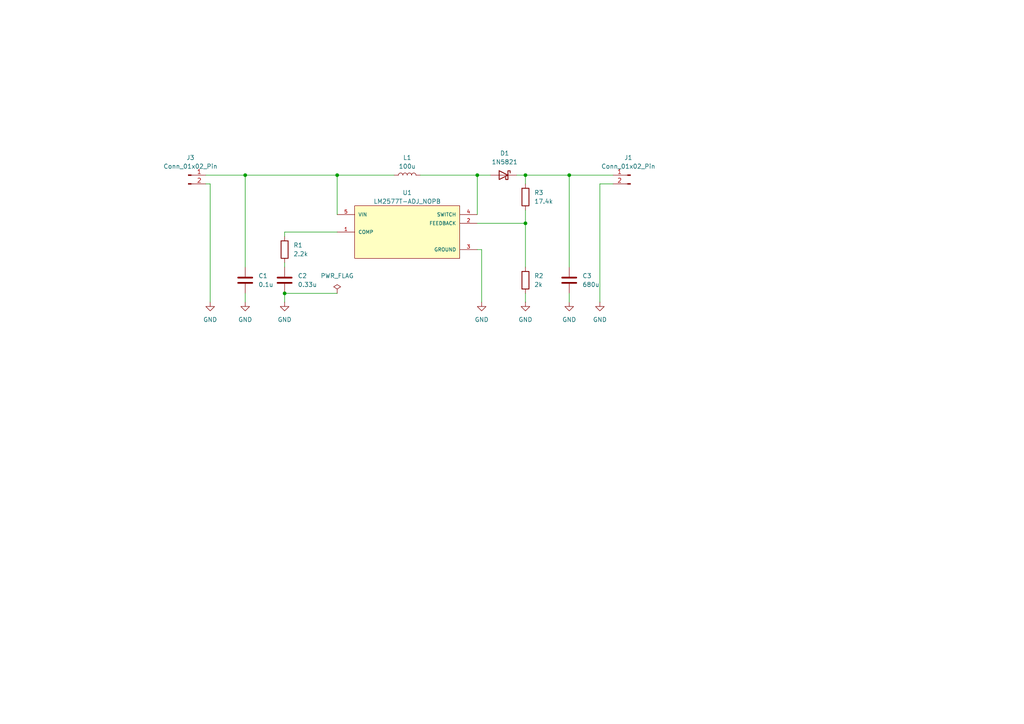
<source format=kicad_sch>
(kicad_sch (version 20231120) (generator "eeschema") (generator_version "8.0")
  (paper "A4")
  (lib_symbols
    (symbol "Connector:Conn_01x02_Pin" (pin_names (offset 1.016) hide)
      (property "Reference" "J" (at 0 2.54 0))
      (property "Value" "Conn_01x02_Pin" (at 0 -5.08 0))
      (symbol "Conn_01x02_Pin_1_1"
        (polyline (pts (xy 1.27 -2.54) (xy 0.8636 -2.54)) (stroke (width 0.1524)))
        (polyline (pts (xy 1.27 0) (xy 0.8636 0)) (stroke (width 0.1524)))
        (rectangle (start 0.8636 -2.413) (end 0 -2.667) (stroke (width 0.1524)) (fill (type outline)))
        (rectangle (start 0.8636 0.127) (end 0 -0.127) (stroke (width 0.1524)) (fill (type outline)))
        (pin passive line (at 5.08 0 180) (length 3.81) (name "Pin_1") (number "1"))
        (pin passive line (at 5.08 -2.54 180) (length 3.81) (name "Pin_2") (number "2"))
      )
    )
    (symbol "Device:C" (pin_numbers hide) (pin_names (offset 0.254))
      (property "Reference" "C" (at 0.635 2.54 0))
      (property "Value" "C" (at 0.635 -2.54 0))
      (symbol "C_0_1"
        (polyline (pts (xy -2.032 -0.762) (xy 2.032 -0.762)) (stroke (width 0.508)))
        (polyline (pts (xy -2.032 0.762) (xy 2.032 0.762)) (stroke (width 0.508)))
      )
      (symbol "C_1_1"
        (pin passive line (at 0 3.81 270) (length 2.794) (name "~") (number "1"))
        (pin passive line (at 0 -3.81 90) (length 2.794) (name "~") (number "2"))
      )
    )
    (symbol "Device:L" (pin_numbers hide) (pin_names (offset 1.016) hide)
      (property "Reference" "L1" (at -1.2701 1.27 90))
      (property "Value" "L" (at 1.2699 1.27 90))
      (symbol "L_0_1"
        (arc (start -1.27 0) (mid -1.905 0.6323) (end -2.54 0))
        (arc (start 0 0) (mid -0.635 0.6323) (end -1.27 0))
        (arc (start 1.27 0) (mid 0.635 0.6323) (end 0 0))
        (arc (start 2.54 0) (mid 1.905 0.6323) (end 1.27 0))
      )
      (symbol "L_1_1"
        (pin passive line (at -3.81 0 0) (length 1.27) (name "1") (number "1"))
        (pin passive line (at 3.81 0 180) (length 1.27) (name "2") (number "2"))
      )
    )
    (symbol "Device:R" (pin_numbers hide) (pin_names (offset 0))
      (property "Reference" "R" (at 2.032 0 90))
      (property "Value" "R" (at 0 0 90))
      (symbol "R_0_1"
        (rectangle (start -1.016 -2.54) (end 1.016 2.54) (stroke (width 0.254)))
      )
      (symbol "R_1_1"
        (pin passive line (at 0 3.81 270) (length 1.27) (name "~") (number "1"))
        (pin passive line (at 0 -3.81 90) (length 1.27) (name "~") (number "2"))
      )
    )
    (symbol "Diode:1N5821" (pin_numbers hide) (pin_names (offset 1.016) hide)
      (property "Reference" "D1" (at 0.3175 6.35 0))
      (property "Value" "1N5821" (at 0.3175 3.81 0))
      (symbol "1N5821_0_1"
        (polyline (pts (xy -1.27 0) (xy 1.27 0)))
        (polyline (pts (xy -1.27 1.27) (xy -1.27 -1.27) (xy 1.27 0) (xy -1.27 1.27)) (stroke (width 0.254)))
        (polyline (pts (xy 1.905 0.635) (xy 1.905 1.27) (xy 1.27 1.27) (xy 1.27 -1.27) (xy 0.635 -1.27) (xy 0.635 -0.635)) (stroke (width 0.254)))
      )
      (symbol "1N5821_1_1"
        (pin passive line (at 3.81 0 180) (length 2.54) (name "K") (number "1"))
        (pin passive line (at -3.81 0 0) (length 2.54) (name "A") (number "2"))
      )
    )
    (symbol "LM2577T-ADJ_NOPB:LM2577T-ADJ_NOPB" (pin_names (offset 1.016))
      (property "Reference" "U" (at -15.24 8.382 0))
      (property "Value" "LM2577T-ADJ_NOPB" (at -15.24 -10.16 0))
      (symbol "LM2577T-ADJ_NOPB_0_0"
        (rectangle (start -15.24 -7.62) (end 15.24 7.62) (stroke (width 0.1524)) (fill (type background)))
        (pin passive line (at -20.32 0 0) (length 5.08) (name "COMP") (number "1"))
        (pin input line (at 20.32 2.54 180) (length 5.08) (name "FEEDBACK") (number "2"))
        (pin power_in line (at 20.32 -5.08 180) (length 5.08) (name "GROUND") (number "3"))
        (pin output line (at 20.32 5.08 180) (length 5.08) (name "SWITCH") (number "4"))
        (pin input line (at -20.32 5.08 0) (length 5.08) (name "VIN") (number "5"))
      )
    )
    (symbol "power:GND" (power) (pin_numbers hide) (pin_names (offset 0) hide)
      (property "Value" "GND" (at 0 -3.81 0))
      (symbol "GND_0_1"
        (polyline (pts (xy 0 0) (xy 0 -1.27) (xy 1.27 -1.27) (xy 0 -2.54) (xy -1.27 -1.27) (xy 0 -1.27)))
      )
      (symbol "GND_1_1"
        (pin power_in line (at 0 0 270) (length 0) (name "~") (number "1"))
      )
    )
    (symbol "power:PWR_FLAG" (power) (pin_numbers hide) (pin_names (offset 0) hide)
      (property "Value" "PWR_FLAG" (at 0 3.81 0))
      (symbol "PWR_FLAG_0_0"
        (pin power_out line (at 0 0 90) (length 0) (name "~") (number "1"))
      )
      (symbol "PWR_FLAG_0_1"
        (polyline (pts (xy 0 0) (xy 0 1.27) (xy -1.016 1.905) (xy 0 2.54) (xy 1.016 1.905) (xy 0 1.27)))
      )
    )
  )
  (junction (at 138.43 50.8))
  (junction (at 152.4 50.8))
  (junction (at 152.4 64.77))
  (junction (at 71.12 50.8))
  (junction (at 82.55 85.09))
  (junction (at 165.1 50.8))
  (junction (at 97.79 50.8))
  (wire (pts (xy 152.4 60.96) (xy 152.4 64.77)))
  (wire (pts (xy 82.55 67.31) (xy 82.55 68.58)))
  (wire (pts (xy 71.12 85.09) (xy 71.12 87.63)))
  (wire (pts (xy 152.4 50.8) (xy 152.4 53.34)))
  (wire (pts (xy 97.79 50.8) (xy 114.3 50.8)))
  (wire (pts (xy 82.55 85.09) (xy 82.55 87.63)))
  (wire (pts (xy 138.43 50.8) (xy 142.24 50.8)))
  (wire (pts (xy 152.4 64.77) (xy 152.4 77.47)))
  (wire (pts (xy 165.1 77.47) (xy 165.1 50.8)))
  (wire (pts (xy 121.92 50.8) (xy 138.43 50.8)))
  (wire (pts (xy 173.99 53.34) (xy 173.99 87.63)))
  (wire (pts (xy 59.69 50.8) (xy 71.12 50.8)))
  (wire (pts (xy 149.86 50.8) (xy 152.4 50.8)))
  (wire (pts (xy 165.1 50.8) (xy 177.8 50.8)))
  (wire (pts (xy 139.7 87.63) (xy 139.7 72.39)))
  (wire (pts (xy 82.55 76.2) (xy 82.55 77.47)))
  (wire (pts (xy 138.43 64.77) (xy 152.4 64.77)))
  (wire (pts (xy 165.1 50.8) (xy 152.4 50.8)))
  (wire (pts (xy 177.8 53.34) (xy 173.99 53.34)))
  (wire (pts (xy 97.79 62.23) (xy 97.79 50.8)))
  (wire (pts (xy 138.43 50.8) (xy 138.43 62.23)))
  (wire (pts (xy 139.7 72.39) (xy 138.43 72.39)))
  (wire (pts (xy 60.96 53.34) (xy 59.69 53.34)))
  (wire (pts (xy 60.96 87.63) (xy 60.96 53.34)))
  (wire (pts (xy 165.1 85.09) (xy 165.1 87.63)))
  (wire (pts (xy 82.55 67.31) (xy 97.79 67.31)))
  (wire (pts (xy 71.12 77.47) (xy 71.12 50.8)))
  (wire (pts (xy 97.79 85.09) (xy 82.55 85.09)))
  (wire (pts (xy 71.12 50.8) (xy 97.79 50.8)))
  (wire (pts (xy 152.4 85.09) (xy 152.4 87.63)))
  (symbol (lib_id "Connector:Conn_01x02_Pin") (at 54.61 50.8 0) (unit 1)
    (property "Reference" "J3" (at 55.245 45.72 0))
    (property "Value" "Conn_01x02_Pin" (at 55.245 48.26 0))
    (property "Footprint" "Connector_Wire:SolderWire-0.5sqmm_1x02_P4.6mm_D0.9mm_OD2.1mm" (effects (hide yes)))
    (property "Description" "Generic connector, single row, 01x02, script generated" (effects (hide yes)))
  )
  (symbol (lib_id "LM2577T-ADJ_NOPB:LM2577T-ADJ_NOPB") (at 118.11 67.31 0) (unit 1)
    (property "Reference" "U1" (at 118.11 55.88 0))
    (property "Value" "LM2577T-ADJ_NOPB" (at 118.11 58.42 0))
    (property "Footprint" "LM2577T-ADJ_NOPB:VREG_LM2577T-ADJ_NOPB" (effects (hide yes)))
    (property "MF" "Texas Instruments" (effects (hide yes)))
    (property "MAXIMUM_PACKAGE_HEIGHT" "18.11mm" (effects (hide yes)))
    (property "Package" "TO-220-5 Texas Instruments" (effects (hide yes)))
    (property "Price" "None" (effects (hide yes)))
    (property "Check_prices" "https://www.snapeda.com/parts/LM2577T-ADJ/Texas+Instruments/view-part/?ref=eda" (effects (hide yes)))
    (property "STANDARD" "Manufacturer Recommendation" (effects (hide yes)))
    (property "PARTREV" "D" (effects (hide yes)))
    (property "SnapEDA_Link" "https://www.snapeda.com/parts/LM2577T-ADJ/Texas+Instruments/view-part/?ref=snap" (effects (hide yes)))
    (property "MP" "LM2577T-ADJ" (effects (hide yes)))
    (property "Purchase-URL" "https://www.snapeda.com/api/url_track_click_mouser/?unipart_id=230288&manufacturer=Texas Instruments&part_name=LM2577T-ADJ&search_term=lm2577 adj" (effects (hide yes)))
    (property "Description_1" "\nSIMPLE SWITCHER&reg; 3.5V to 40V, 3A Low Component Count Step-Up Regulator 5-TO-220 -40 to 125\n" (effects (hide yes)))
    (property "Availability" "In Stock" (effects (hide yes)))
    (property "MANUFACTURER" "Texas Instruments" (effects (hide yes)))
  )
  (symbol (lib_id "power:GND") (at 152.4 87.63 0) (unit 1)
    (property "Reference" "#PWR03" (effects (hide yes)))
    (property "Value" "GND" (at 152.4 92.71 0))
    (property "Description" "Power symbol creates a global label with name \"GND\" , ground" (effects (hide yes)))
  )
  (symbol (lib_id "Device:R") (at 82.55 72.39 0) (unit 1)
    (property "Reference" "R1" (at 85.09 71.1199 0) (effects (justify left)))
    (property "Value" "2.2k" (at 85.09 73.6599 0) (effects (justify left)))
    (property "Footprint" "Resistor_SMD:R_MELF_MMB-0207" (effects (hide yes)))
    (property "Description" "Resistor" (effects (hide yes)))
  )
  (symbol (lib_id "power:GND") (at 139.7 87.63 0) (unit 1)
    (property "Reference" "#PWR04" (effects (hide yes)))
    (property "Value" "GND" (at 139.7 92.71 0))
    (property "Description" "Power symbol creates a global label with name \"GND\" , ground" (effects (hide yes)))
  )
  (symbol (lib_id "power:GND") (at 165.1 87.63 0) (unit 1)
    (property "Reference" "#PWR02" (effects (hide yes)))
    (property "Value" "GND" (at 165.1 92.71 0))
    (property "Description" "Power symbol creates a global label with name \"GND\" , ground" (effects (hide yes)))
  )
  (symbol (lib_id "Connector:Conn_01x02_Pin") (at 182.88 50.8 0) (mirror y) (unit 1)
    (property "Reference" "J1" (at 182.245 45.72 0))
    (property "Value" "Conn_01x02_Pin" (at 182.245 48.26 0))
    (property "Footprint" "Connector_Wire:SolderWire-0.5sqmm_1x02_P4.6mm_D0.9mm_OD2.1mm" (effects (hide yes)))
    (property "Description" "Generic connector, single row, 01x02, script generated" (effects (hide yes)))
  )
  (symbol (lib_id "Device:C") (at 165.1 81.28 0) (unit 1)
    (property "Reference" "C3" (at 168.91 80.0099 0) (effects (justify left)))
    (property "Value" "680u" (at 168.91 82.5499 0) (effects (justify left)))
    (property "Footprint" "Capacitor_SMD:C_1206_3216Metric" (effects (hide yes)))
    (property "Description" "Unpolarized capacitor" (effects (hide yes)))
  )
  (symbol (lib_id "power:GND") (at 82.55 87.63 0) (unit 1)
    (property "Reference" "#PWR05" (effects (hide yes)))
    (property "Value" "GND" (at 82.55 92.71 0))
    (property "Description" "Power symbol creates a global label with name \"GND\" , ground" (effects (hide yes)))
  )
  (symbol (lib_id "power:GND") (at 173.99 87.63 0) (unit 1)
    (property "Reference" "#PWR07" (effects (hide yes)))
    (property "Value" "GND" (at 173.99 92.71 0))
    (property "Description" "Power symbol creates a global label with name \"GND\" , ground" (effects (hide yes)))
  )
  (symbol (lib_id "power:GND") (at 60.96 87.63 0) (unit 1)
    (property "Reference" "#PWR06" (effects (hide yes)))
    (property "Value" "GND" (at 60.96 92.71 0))
    (property "Description" "Power symbol creates a global label with name \"GND\" , ground" (effects (hide yes)))
  )
  (symbol (lib_id "Device:L") (at 118.11 50.8 0) (unit 1)
    (property "Reference" "L1" (at 118.11 45.72 0))
    (property "Value" "100u" (at 118.11 48.26 0))
    (property "Footprint" "Inductor_SMD:L_1210_3225Metric_Pad1.42x2.65mm_HandSolder" (effects (hide yes)))
    (property "Description" "Inductor" (effects (hide yes)))
  )
  (symbol (lib_id "Device:C") (at 71.12 81.28 0) (unit 1)
    (property "Reference" "C1" (at 74.93 80.0099 0) (effects (justify left)))
    (property "Value" "0.1u" (at 74.93 82.5499 0) (effects (justify left)))
    (property "Footprint" "Capacitor_SMD:C_1206_3216Metric" (effects (hide yes)))
    (property "Description" "Unpolarized capacitor" (effects (hide yes)))
  )
  (symbol (lib_id "Device:C") (at 82.55 81.28 0) (unit 1)
    (property "Reference" "C2" (at 86.36 80.0099 0) (effects (justify left)))
    (property "Value" "0.33u" (at 86.36 82.5499 0) (effects (justify left)))
    (property "Footprint" "Capacitor_SMD:C_1206_3216Metric_Pad1.33x1.80mm_HandSolder" (effects (hide yes)))
    (property "Description" "Unpolarized capacitor" (effects (hide yes)))
  )
  (symbol (lib_id "power:GND") (at 71.12 87.63 0) (unit 1)
    (property "Reference" "#PWR01" (effects (hide yes)))
    (property "Value" "GND" (at 71.12 92.71 0))
    (property "Description" "Power symbol creates a global label with name \"GND\" , ground" (effects (hide yes)))
  )
  (symbol (lib_id "Device:R") (at 152.4 57.15 0) (unit 1)
    (property "Reference" "R3" (at 154.94 55.8799 0) (effects (justify left)))
    (property "Value" "17.4k" (at 154.94 58.4199 0) (effects (justify left)))
    (property "Footprint" "Resistor_SMD:R_MELF_MMB-0207" (effects (hide yes)))
    (property "Description" "Resistor" (effects (hide yes)))
  )
  (symbol (lib_id "power:PWR_FLAG") (at 97.79 85.09 0) (unit 1)
    (property "Reference" "#FLG01" (effects (hide yes)))
    (property "Value" "PWR_FLAG" (at 97.79 80.01 0))
    (property "Description" "Special symbol for telling ERC where power comes from" (effects (hide yes)))
  )
  (symbol (lib_id "Device:R") (at 152.4 81.28 0) (unit 1)
    (property "Reference" "R2" (at 154.94 80.0099 0) (effects (justify left)))
    (property "Value" "2k" (at 154.94 82.5499 0) (effects (justify left)))
    (property "Footprint" "Resistor_SMD:R_MELF_MMB-0207" (effects (hide yes)))
    (property "Description" "Resistor" (effects (hide yes)))
  )
  (symbol (lib_id "Diode:1N5821") (at 146.05 50.8 0) (unit 1)
    (property "Reference" "D1" (at 146.3675 44.45 0))
    (property "Value" "1N5821" (at 146.3675 46.99 0))
    (property "Footprint" "Diode_THT:D_DO-201AD_P15.24mm_Horizontal" (effects (hide yes)))
    (property "Datasheet" "http://www.vishay.com/docs/88526/1n5820.pdf" (effects (hide yes)))
    (property "Description" "30V 3A Schottky Barrier Rectifier Diode, DO-201AD" (effects (hide yes)))
  )
)
</source>
